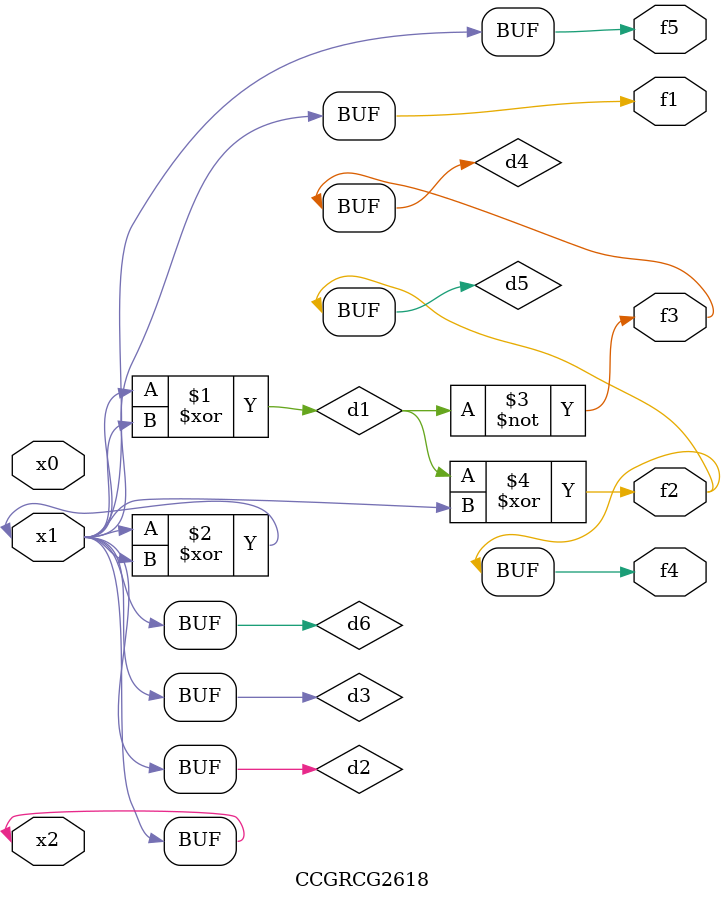
<source format=v>
module CCGRCG2618(
	input x0, x1, x2,
	output f1, f2, f3, f4, f5
);

	wire d1, d2, d3, d4, d5, d6;

	xor (d1, x1, x2);
	buf (d2, x1, x2);
	xor (d3, x1, x2);
	nor (d4, d1);
	xor (d5, d1, d2);
	buf (d6, d2, d3);
	assign f1 = d6;
	assign f2 = d5;
	assign f3 = d4;
	assign f4 = d5;
	assign f5 = d6;
endmodule

</source>
